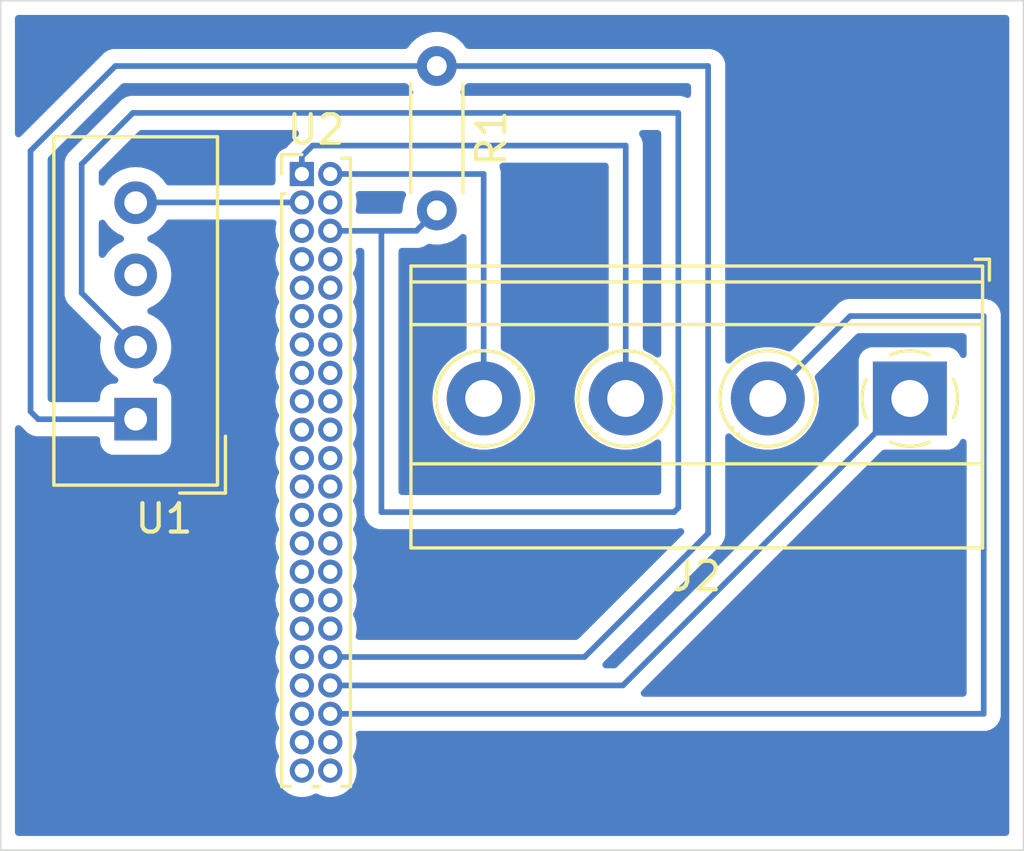
<source format=kicad_pcb>
(kicad_pcb (version 20240108) (generator "pcbnew") (generator_version "8.0")
  (layers (0 "F.Cu" signal) (31 "B.Cu" signal) (34 "B.Paste" user) (35 "F.Paste" user) (36 "B.SilkS" user "B.Silkscreen") (37 "F.SilkS" user "F.Silkscreen") (38 "B.Mask" user) (39 "F.Mask" user) (44 "Edge.Cuts" user))
  (net 0 "")
  (net 1 "Net-(J2-Pin_1)")
  (net 2 "Net-(J2-Pin_4)")
  (net 3 "Net-(J2-Pin_3)")
  (net 4 "Net-(J2-Pin_2)")
  (net 5 "Net-(U1-GND)")
  (net 6 "Net-(U1-DATA)")
  (net 7 "Net-(U1-VDD)")
  (footprint "Sensor:Aosong_DHT11_5.5x12.0_P2.54mm" (layer "F.Cu") (at 111.25 67.23 180)
    (property "Reference" "U1" (at -1 -3.5 0) (layer "F.SilkS"))
    (property "Value" "DHT11")
    (fp_line (start 2.88 9.94) (end -2.88 9.94) (stroke (width 0.12)) (layer "F.SilkS"))
    (fp_line (start 2.88 -2.32) (end 2.88 9.94) (stroke (width 0.12)) (layer "F.SilkS"))
    (fp_line (start -2.87 -2.32) (end 2.87 -2.32) (stroke (width 0.12)) (layer "F.SilkS"))
    (fp_line (start -2.88 9.94) (end -2.88 -2.31) (stroke (width 0.12)) (layer "F.SilkS"))
    (fp_line (start -3.16 -2.6) (end -1.55 -2.6) (stroke (width 0.12)) (layer "F.SilkS"))
    (fp_line (start -3.16 -2.6) (end -3.16 -0.6) (stroke (width 0.12)) (layer "F.SilkS"))
    (pad "1" thru_hole rect (at 0 0 180) (size 1.5 1.5) (drill 0.8) (layers "*.Cu" "*.Mask") (net 7 "Net-(U1-VDD)"))
    (pad "2" thru_hole circle (at 0 2.54 180) (size 1.5 1.5) (drill 0.8) (layers "*.Cu" "*.Mask") (net 6 "Net-(U1-DATA)"))
    (pad "3" thru_hole circle (at 0 5.08 180) (size 1.5 1.5) (drill 0.8) (layers "*.Cu" "*.Mask"))
    (pad "4" thru_hole circle (at 0 7.62 180) (size 1.5 1.5) (drill 0.8) (layers "*.Cu" "*.Mask") (net 5 "Net-(U1-GND)"))
  )
  (footprint "Connector_PinHeader_1.00mm:PinHeader_2x22_P1.00mm_Vertical" (layer "F.Cu") (at 117.1 58.6)
    (property "Reference" "U2" (at 0.5 -1.56 0) (layer "F.SilkS"))
    (property "Value" "Pico")
    (fp_line (start -0.71 -0.685) (end 0 -0.685) (stroke (width 0.12)) (layer "F.SilkS"))
    (fp_line (start -0.71 0) (end -0.71 -0.685) (stroke (width 0.12)) (layer "F.SilkS"))
    (fp_line (start -0.71 0.685) (end -0.71 21.56) (stroke (width 0.12)) (layer "F.SilkS"))
    (fp_line (start -0.71 0.685) (end -0.608276 0.685) (stroke (width 0.12)) (layer "F.SilkS"))
    (fp_line (start -0.71 21.56) (end -0.394493 21.56) (stroke (width 0.12)) (layer "F.SilkS"))
    (fp_line (start 0.394493 21.56) (end 0.605507 21.56) (stroke (width 0.12)) (layer "F.SilkS"))
    (fp_line (start 1.394493 -0.56) (end 1.71 -0.56) (stroke (width 0.12)) (layer "F.SilkS"))
    (fp_line (start 1.394493 21.56) (end 1.71 21.56) (stroke (width 0.12)) (layer "F.SilkS"))
    (fp_line (start 1.71 -0.56) (end 1.71 21.56) (stroke (width 0.12)) (layer "F.SilkS"))
    (pad "1" thru_hole rect (at 0 0) (size 0.85 0.85) (drill 0.5) (layers "*.Cu" "*.Mask") (net 3 "Net-(J2-Pin_3)"))
    (pad "2" thru_hole oval (at 1 0) (size 0.85 0.85) (drill 0.5) (layers "*.Cu" "*.Mask") (net 2 "Net-(J2-Pin_4)"))
    (pad "3" thru_hole oval (at 0 1) (size 0.85 0.85) (drill 0.5) (layers "*.Cu" "*.Mask") (net 5 "Net-(U1-GND)"))
    (pad "4" thru_hole oval (at 1 1) (size 0.85 0.85) (drill 0.5) (layers "*.Cu" "*.Mask"))
    (pad "5" thru_hole oval (at 0 2) (size 0.85 0.85) (drill 0.5) (layers "*.Cu" "*.Mask"))
    (pad "6" thru_hole oval (at 1 2) (size 0.85 0.85) (drill 0.5) (layers "*.Cu" "*.Mask") (net 6 "Net-(U1-DATA)"))
    (pad "7" thru_hole oval (at 0 3) (size 0.85 0.85) (drill 0.5) (layers "*.Cu" "*.Mask"))
    (pad "8" thru_hole oval (at 1 3) (size 0.85 0.85) (drill 0.5) (layers "*.Cu" "*.Mask"))
    (pad "9" thru_hole oval (at 0 4) (size 0.85 0.85) (drill 0.5) (layers "*.Cu" "*.Mask"))
    (pad "10" thru_hole oval (at 1 4) (size 0.85 0.85) (drill 0.5) (layers "*.Cu" "*.Mask"))
    (pad "11" thru_hole oval (at 0 5) (size 0.85 0.85) (drill 0.5) (layers "*.Cu" "*.Mask"))
    (pad "12" thru_hole oval (at 1 5) (size 0.85 0.85) (drill 0.5) (layers "*.Cu" "*.Mask"))
    (pad "13" thru_hole oval (at 0 6) (size 0.85 0.85) (drill 0.5) (layers "*.Cu" "*.Mask"))
    (pad "14" thru_hole oval (at 1 6) (size 0.85 0.85) (drill 0.5) (layers "*.Cu" "*.Mask"))
    (pad "15" thru_hole oval (at 0 7) (size 0.85 0.85) (drill 0.5) (layers "*.Cu" "*.Mask"))
    (pad "16" thru_hole oval (at 1 7) (size 0.85 0.85) (drill 0.5) (layers "*.Cu" "*.Mask"))
    (pad "17" thru_hole oval (at 0 8) (size 0.85 0.85) (drill 0.5) (layers "*.Cu" "*.Mask"))
    (pad "18" thru_hole oval (at 1 8) (size 0.85 0.85) (drill 0.5) (layers "*.Cu" "*.Mask"))
    (pad "19" thru_hole oval (at 0 9) (size 0.85 0.85) (drill 0.5) (layers "*.Cu" "*.Mask"))
    (pad "20" thru_hole oval (at 1 9) (size 0.85 0.85) (drill 0.5) (layers "*.Cu" "*.Mask"))
    (pad "21" thru_hole oval (at 0 10) (size 0.85 0.85) (drill 0.5) (layers "*.Cu" "*.Mask"))
    (pad "22" thru_hole oval (at 1 10) (size 0.85 0.85) (drill 0.5) (layers "*.Cu" "*.Mask"))
    (pad "23" thru_hole oval (at 0 11) (size 0.85 0.85) (drill 0.5) (layers "*.Cu" "*.Mask"))
    (pad "24" thru_hole oval (at 1 11) (size 0.85 0.85) (drill 0.5) (layers "*.Cu" "*.Mask"))
    (pad "25" thru_hole oval (at 0 12) (size 0.85 0.85) (drill 0.5) (layers "*.Cu" "*.Mask"))
    (pad "26" thru_hole oval (at 1 12) (size 0.85 0.85) (drill 0.5) (layers "*.Cu" "*.Mask"))
    (pad "27" thru_hole oval (at 0 13) (size 0.85 0.85) (drill 0.5) (layers "*.Cu" "*.Mask"))
    (pad "28" thru_hole oval (at 1 13) (size 0.85 0.85) (drill 0.5) (layers "*.Cu" "*.Mask"))
    (pad "29" thru_hole oval (at 0 14) (size 0.85 0.85) (drill 0.5) (layers "*.Cu" "*.Mask"))
    (pad "30" thru_hole oval (at 1 14) (size 0.85 0.85) (drill 0.5) (layers "*.Cu" "*.Mask"))
    (pad "31" thru_hole oval (at 0 15) (size 0.85 0.85) (drill 0.5) (layers "*.Cu" "*.Mask"))
    (pad "32" thru_hole oval (at 1 15) (size 0.85 0.85) (drill 0.5) (layers "*.Cu" "*.Mask"))
    (pad "33" thru_hole oval (at 0 16) (size 0.85 0.85) (drill 0.5) (layers "*.Cu" "*.Mask"))
    (pad "34" thru_hole oval (at 1 16) (size 0.85 0.85) (drill 0.5) (layers "*.Cu" "*.Mask"))
    (pad "35" thru_hole oval (at 0 17) (size 0.85 0.85) (drill 0.5) (layers "*.Cu" "*.Mask"))
    (pad "36" thru_hole oval (at 1 17) (size 0.85 0.85) (drill 0.5) (layers "*.Cu" "*.Mask") (net 7 "Net-(U1-VDD)"))
    (pad "37" thru_hole oval (at 0 18) (size 0.85 0.85) (drill 0.5) (layers "*.Cu" "*.Mask"))
    (pad "38" thru_hole oval (at 1 18) (size 0.85 0.85) (drill 0.5) (layers "*.Cu" "*.Mask") (net 1 "Net-(J2-Pin_1)"))
    (pad "39" thru_hole oval (at 0 19) (size 0.85 0.85) (drill 0.5) (layers "*.Cu" "*.Mask"))
    (pad "40" thru_hole oval (at 1 19) (size 0.85 0.85) (drill 0.5) (layers "*.Cu" "*.Mask") (net 4 "Net-(J2-Pin_2)"))
    (pad "41" thru_hole oval (at 0 20) (size 0.85 0.85) (drill 0.5) (layers "*.Cu" "*.Mask"))
    (pad "42" thru_hole oval (at 1 20) (size 0.85 0.85) (drill 0.5) (layers "*.Cu" "*.Mask"))
    (pad "43" thru_hole oval (at 0 21) (size 0.85 0.85) (drill 0.5) (layers "*.Cu" "*.Mask"))
    (pad "44" thru_hole oval (at 1 21) (size 0.85 0.85) (drill 0.5) (layers "*.Cu" "*.Mask"))
  )
  (footprint "TerminalBlock_Phoenix:TerminalBlock_Phoenix_MKDS-1,5-4_1x04_P5.00mm_Horizontal" (layer "F.Cu") (at 138.5 66.5 180)
    (property "Reference" "J2" (at 7.5 -6.26 0) (layer "F.SilkS"))
    (property "Value" "Screw_Terminal_01x04")
    (fp_line (start 17.561 -5.261) (end 17.561 4.66) (stroke (width 0.12)) (layer "F.SilkS"))
    (fp_line (start 16.275 -1.069) (end 16.228 -1.023) (stroke (width 0.12)) (layer "F.SilkS"))
    (fp_line (start 16.07 -1.275) (end 16.035 -1.239) (stroke (width 0.12)) (layer "F.SilkS"))
    (fp_line (start 13.966 1.239) (end 13.931 1.274) (stroke (width 0.12)) (layer "F.SilkS"))
    (fp_line (start 13.773 1.023) (end 13.726 1.069) (stroke (width 0.12)) (layer "F.SilkS"))
    (fp_line (start 11.275 -1.069) (end 11.228 -1.023) (stroke (width 0.12)) (layer "F.SilkS"))
    (fp_line (start 11.07 -1.275) (end 11.035 -1.239) (stroke (width 0.12)) (layer "F.SilkS"))
    (fp_line (start 8.966 1.239) (end 8.931 1.274) (stroke (width 0.12)) (layer "F.SilkS"))
    (fp_line (start 8.773 1.023) (end 8.726 1.069) (stroke (width 0.12)) (layer "F.SilkS"))
    (fp_line (start 6.275 -1.069) (end 6.228 -1.023) (stroke (width 0.12)) (layer "F.SilkS"))
    (fp_line (start 6.07 -1.275) (end 6.035 -1.239) (stroke (width 0.12)) (layer "F.SilkS"))
    (fp_line (start 3.966 1.239) (end 3.931 1.274) (stroke (width 0.12)) (layer "F.SilkS"))
    (fp_line (start 3.773 1.023) (end 3.726 1.069) (stroke (width 0.12)) (layer "F.SilkS"))
    (fp_line (start -2.56 4.66) (end 17.561 4.66) (stroke (width 0.12)) (layer "F.SilkS"))
    (fp_line (start -2.56 4.1) (end 17.561 4.1) (stroke (width 0.12)) (layer "F.SilkS"))
    (fp_line (start -2.56 2.6) (end 17.561 2.6) (stroke (width 0.12)) (layer "F.SilkS"))
    (fp_line (start -2.56 -2.301) (end 17.561 -2.301) (stroke (width 0.12)) (layer "F.SilkS"))
    (fp_line (start -2.56 -5.261) (end 17.561 -5.261) (stroke (width 0.12)) (layer "F.SilkS"))
    (fp_line (start -2.56 -5.261) (end -2.56 4.66) (stroke (width 0.12)) (layer "F.SilkS"))
    (fp_line (start -2.8 4.9) (end -2.3 4.9) (stroke (width 0.12)) (layer "F.SilkS"))
    (fp_line (start -2.8 4.16) (end -2.8 4.9) (stroke (width 0.12)) (layer "F.SilkS"))
    (fp_arc (start 1.535427 -0.683042) (mid 1.680501 0.000524) (end 1.535 0.684) (stroke (width 0.12)) (layer "F.SilkS"))
    (fp_arc (start 0.683318 1.534756) (mid 0.349292 1.643288) (end 0 1.68) (stroke (width 0.12)) (layer "F.SilkS"))
    (fp_arc (start 0.028805 1.680253) (mid -0.335551 1.646659) (end -0.684 1.535) (stroke (width 0.12)) (layer "F.SilkS"))
    (fp_arc (start -0.683042 -1.535427) (mid 0.000524 -1.680501) (end 0.684 -1.535) (stroke (width 0.12)) (layer "F.SilkS"))
    (fp_arc (start -1.535427 0.683042) (mid -1.680501 -0.000524) (end -1.535 -0.684) (stroke (width 0.12)) (layer "F.SilkS"))
    (fp_circle (center 15 0) (end 16.68 0) (stroke (width 0.12)) (fill none) (layer "F.SilkS"))
    (fp_circle (center 10 0) (end 11.68 0) (stroke (width 0.12)) (fill none) (layer "F.SilkS"))
    (fp_circle (center 5 0) (end 6.68 0) (stroke (width 0.12)) (fill none) (layer "F.SilkS"))
    (pad "1" thru_hole rect (at 0 0 180) (size 2.6 2.6) (drill 1.3) (layers "*.Cu" "*.Mask") (net 1 "Net-(J2-Pin_1)"))
    (pad "2" thru_hole circle (at 5 0 180) (size 2.6 2.6) (drill 1.3) (layers "*.Cu" "*.Mask") (net 4 "Net-(J2-Pin_2)"))
    (pad "3" thru_hole circle (at 10 0 180) (size 2.6 2.6) (drill 1.3) (layers "*.Cu" "*.Mask") (net 3 "Net-(J2-Pin_3)"))
    (pad "4" thru_hole circle (at 15 0 180) (size 2.6 2.6) (drill 1.3) (layers "*.Cu" "*.Mask") (net 2 "Net-(J2-Pin_4)"))
  )
  (footprint "Resistor_THT:R_Axial_DIN0204_L3.6mm_D1.6mm_P5.08mm_Horizontal" (layer "F.Cu") (at 121.85 54.8 -90)
    (property "Reference" "R1" (at 2.54 -1.92 90) (layer "F.SilkS"))
    (property "Value" "5K")
    (fp_line (start 0.62 0.92) (end 4.46 0.92) (stroke (width 0.12)) (layer "F.SilkS"))
    (fp_line (start 0.62 -0.92) (end 4.46 -0.92) (stroke (width 0.12)) (layer "F.SilkS"))
    (pad "1" thru_hole circle (at 0 0 270) (size 1.4 1.4) (drill 0.7) (layers "*.Cu" "*.Mask") (net 7 "Net-(U1-VDD)"))
    (pad "2" thru_hole oval (at 5.08 0 270) (size 1.4 1.4) (drill 0.7) (layers "*.Cu" "*.Mask") (net 6 "Net-(U1-DATA)"))
  )
  (gr_rect (start 106.5 52.5) (end 142.5 82.4) (stroke (width 0.05)) (fill none) (layer "Edge.Cuts"))
  (segment (start 118.1 76.6) (end 128.4 76.6) (width 0.2) (layer "B.Cu") (net 1))
  (segment (start 128.4 76.6) (end 138.5 66.5) (width 0.2) (layer "B.Cu") (net 1))
  (segment (start 123.5 66.5) (end 123.5 58.6) (width 0.2) (layer "B.Cu") (net 2))
  (segment (start 123.5 58.6) (end 118.1 58.6) (width 0.2) (layer "B.Cu") (net 2))
  (segment (start 128.5 57.6) (end 117.475 57.6) (width 0.2) (layer "B.Cu") (net 3))
  (segment (start 117.475 57.6) (end 117.1 57.975) (width 0.2) (layer "B.Cu") (net 3))
  (segment (start 128.5 66.5) (end 128.5 57.6) (width 0.2) (layer "B.Cu") (net 3))
  (segment (start 117.1 57.975) (end 117.1 58.6) (width 0.2) (layer "B.Cu") (net 3))
  (segment (start 133.5 66.5) (end 136.4 63.6) (width 0.2) (layer "B.Cu") (net 4))
  (segment (start 136.4 63.6) (end 141.1 63.6) (width 0.2) (layer "B.Cu") (net 4))
  (segment (start 141.1 77.6) (end 118.1 77.6) (width 0.2) (layer "B.Cu") (net 4))
  (segment (start 141.1 63.6) (end 141.1 77.6) (width 0.2) (layer "B.Cu") (net 4))
  (segment (start 111.26 59.6) (end 111.25 59.61) (width 0.2) (layer "B.Cu") (net 5))
  (segment (start 117.1 59.6) (end 111.26 59.6) (width 0.2) (layer "B.Cu") (net 5))
  (segment (start 109.35 62.79) (end 109.35 58.25) (width 0.2) (layer "B.Cu") (net 6))
  (segment (start 130.35 70.35) (end 130.2 70.5) (width 0.2) (layer "B.Cu") (net 6))
  (segment (start 118.1 60.6) (end 119.9 60.6) (width 0.2) (layer "B.Cu") (net 6))
  (segment (start 130.35 56.45) (end 130.35 70.35) (width 0.2) (layer "B.Cu") (net 6))
  (segment (start 119.9 70.5) (end 119.9 60.6) (width 0.2) (layer "B.Cu") (net 6))
  (segment (start 109.35 58.25) (end 111.15 56.45) (width 0.2) (layer "B.Cu") (net 6))
  (segment (start 130.2 70.5) (end 119.9 70.5) (width 0.2) (layer "B.Cu") (net 6))
  (segment (start 111.15 56.45) (end 130.35 56.45) (width 0.2) (layer "B.Cu") (net 6))
  (segment (start 111.25 64.69) (end 109.35 62.79) (width 0.2) (layer "B.Cu") (net 6))
  (segment (start 121.14 60.59) (end 121.14 60.6) (width 0.2) (layer "B.Cu") (net 6))
  (segment (start 119.9 60.6) (end 121.14 60.6) (width 0.2) (layer "B.Cu") (net 6))
  (segment (start 121.85 59.88) (end 121.14 60.59) (width 0.2) (layer "B.Cu") (net 6))
  (segment (start 121.85 54.8) (end 131.4 54.8) (width 0.2) (layer "B.Cu") (net 7))
  (segment (start 131.4 54.8) (end 131.4 71.25) (width 0.2) (layer "B.Cu") (net 7))
  (segment (start 107.55 66.96) (end 107.82 67.23) (width 0.2) (layer "B.Cu") (net 7))
  (segment (start 131.4 71.25) (end 127.05 75.6) (width 0.2) (layer "B.Cu") (net 7))
  (segment (start 107.55 57.784314) (end 107.55 66.96) (width 0.2) (layer "B.Cu") (net 7))
  (segment (start 121.85 54.8) (end 110.534314 54.8) (width 0.2) (layer "B.Cu") (net 7))
  (segment (start 107.82 67.23) (end 111.25 67.23) (width 0.2) (layer "B.Cu") (net 7))
  (segment (start 110.534314 54.8) (end 107.55 57.784314) (width 0.2) (layer "B.Cu") (net 7))
  (segment (start 127.05 75.6) (end 118.1 75.6) (width 0.2) (layer "B.Cu") (net 7))
  (zone (net 0) (net_name "") (layer "B.Cu") (connect_pads (clearance 0.5)) (min_thickness 0.25) (fill yes (thermal_gap 0.5) (thermal_bridge_width 0.5) (island_removal_mode 1) (island_area_min 10))
    (polygon (pts (xy 142.5 52.5) (xy 106.5 52.5) (xy 106.5 82.4) (xy 142.5 82.4)))
  )
)
</source>
